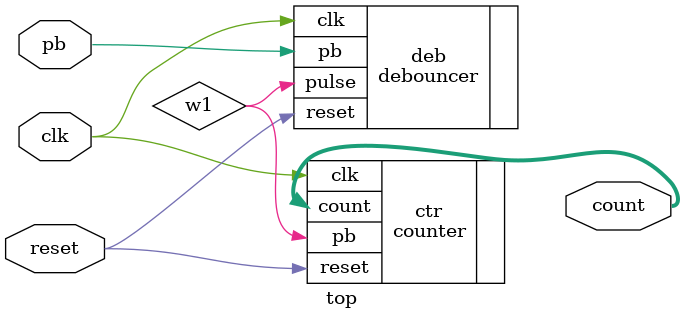
<source format=v>
`timescale 1ns / 1ps


module top(
  input clk, input reset, input pb, output [7:0] count
  );
  wire w1;
  debouncer deb(.clk(clk), .reset(reset), .pb(pb), .pulse(w1));
  counter   ctr(.clk(clk), .reset(reset),  .pb(w1), .count(count));
endmodule

</source>
